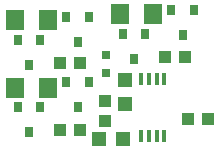
<source format=gbr>
G04 EAGLE Gerber RS-274X export*
G75*
%MOMM*%
%FSLAX34Y34*%
%LPD*%
%INSolderpaste Top*%
%IPPOS*%
%AMOC8*
5,1,8,0,0,1.08239X$1,22.5*%
G01*
%ADD10R,1.600000X1.800000*%
%ADD11R,1.100000X1.000000*%
%ADD12R,1.000000X1.100000*%
%ADD13R,1.300000X1.200000*%
%ADD14R,0.800000X0.900000*%
%ADD15R,0.350000X1.020000*%
%ADD16R,0.800000X0.800000*%
%ADD17R,1.200000X1.300000*%


D10*
X41880Y87630D03*
X69880Y87630D03*
D11*
X97400Y51435D03*
X80400Y51435D03*
D12*
X118428Y76128D03*
X118428Y59128D03*
D13*
X134938Y73660D03*
X134938Y93980D03*
D11*
X205350Y60960D03*
X188350Y60960D03*
D14*
X104750Y92550D03*
X85750Y92550D03*
X95250Y71550D03*
X63475Y70960D03*
X44475Y70960D03*
X53975Y49960D03*
D10*
X41880Y144780D03*
X69880Y144780D03*
D11*
X97400Y108585D03*
X80400Y108585D03*
D14*
X104750Y147160D03*
X85750Y147160D03*
X95250Y126160D03*
X63475Y128110D03*
X44475Y128110D03*
X53975Y107110D03*
D10*
X130780Y149860D03*
X158780Y149860D03*
D11*
X186300Y113665D03*
X169300Y113665D03*
D14*
X193650Y153510D03*
X174650Y153510D03*
X184150Y132510D03*
X152375Y133190D03*
X133375Y133190D03*
X142875Y112190D03*
D15*
X149000Y46803D03*
X155500Y46803D03*
X162000Y46803D03*
X168500Y46803D03*
X168500Y94803D03*
X162000Y94803D03*
X155500Y94803D03*
X149000Y94803D03*
D16*
X119380Y115570D03*
X119380Y100330D03*
D17*
X113030Y44450D03*
X133350Y44450D03*
M02*

</source>
